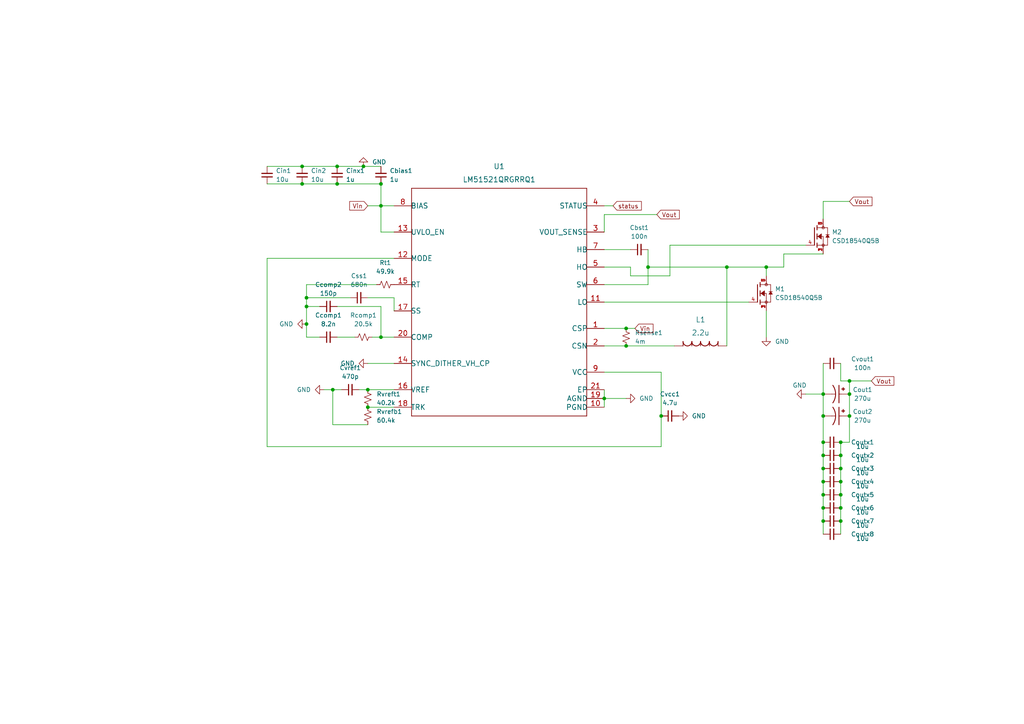
<source format=kicad_sch>
(kicad_sch (version 20211123) (generator eeschema)
  (paper "A4")
  (lib_symbols
    (symbol "270u_cap:EEHZS1H271UP" (pin_numbers hide) (pin_names (offset 1.016) hide)
      (property "Reference" "C" (at -2.54 3.81 0))
      (property "Value" "EEHZS1H271UP" (at -2.54 -5.08 0))
      (symbol "EEHZS1H271UP_0_0"
        (rectangle (start -1.1684 -1.524) (end -0.2794 -1.397) (fill (type outline)))
        (rectangle (start -0.7874 -1.905) (end -0.6604 -1.016) (fill (type outline)))
        (polyline (pts (xy 0 0) (xy 0.508 0)) (stroke (width 0.1524)))
        (polyline (pts (xy 0.508 0) (xy 0.508 -2.54)) (stroke (width 0.254)))
        (polyline (pts (xy 0.508 2.54) (xy 0.508 0)) (stroke (width 0.254)))
        (polyline (pts (xy 2.54 0) (xy 1.524 0)) (stroke (width 0.1524)))
        (arc (start 2.286 2.54) (mid 1.486 0) (end 2.286 -2.54) (stroke (width 0.254)))
        (pin passive line (at -2.54 0 0) (length 2.54) (name "~") (number "1"))
        (pin passive line (at 5.08 0 180) (length 2.54) (name "~") (number "2"))
      )
    )
    (symbol "Converter IC:LM51521QRGRRQ1" (pin_names (offset -0.254))
      (property "Reference" "U" (at 0 2.54 0))
      (property "Value" "LM51521QRGRRQ1" (at 0 0 0))
      (symbol "LM51521QRGRRQ1_1_1"
        (polyline (pts (xy 5.08 -60.96) (xy 55.88 -60.96)) (stroke (width 0.2032)))
        (polyline (pts (xy 5.08 5.08) (xy 5.08 -60.96)) (stroke (width 0.2032)))
        (polyline (pts (xy 55.88 -60.96) (xy 55.88 5.08)) (stroke (width 0.2032)))
        (polyline (pts (xy 55.88 5.08) (xy 5.08 5.08)) (stroke (width 0.2032)))
        (pin tri_state line (at 60.96 -35.56 180) (length 5.08) (name "CSP") (number "1"))
        (pin power_in line (at 60.96 -58.42 180) (length 5.08) (name "PGND") (number "10"))
        (pin unspecified line (at 60.96 -27.94 180) (length 5.08) (name "LO") (number "11"))
        (pin unspecified line (at 0 -15.24 0) (length 5.08) (name "MODE") (number "12"))
        (pin input line (at 0 -7.62 0) (length 5.08) (name "UVLO_EN") (number "13"))
        (pin bidirectional line (at 0 -45.72 0) (length 5.08) (name "SYNC_DITHER_VH_CP") (number "14"))
        (pin unspecified line (at 0 -22.86 0) (length 5.08) (name "RT") (number "15"))
        (pin unspecified line (at 0 -53.34 0) (length 5.08) (name "VREF") (number "16"))
        (pin unspecified line (at 0 -30.48 0) (length 5.08) (name "SS") (number "17"))
        (pin unspecified line (at 0 -58.42 0) (length 5.08) (name "TRK") (number "18"))
        (pin power_in line (at 60.96 -55.88 180) (length 5.08) (name "AGND") (number "19"))
        (pin tri_state line (at 60.96 -40.64 180) (length 5.08) (name "CSN") (number "2"))
        (pin unspecified line (at 0 -38.1 0) (length 5.08) (name "COMP") (number "20"))
        (pin unspecified line (at 60.96 -53.34 180) (length 5.08) (name "EP") (number "21"))
        (pin unspecified line (at 60.96 -7.62 180) (length 5.08) (name "VOUT_SENSE") (number "3"))
        (pin open_collector line (at 60.96 0 180) (length 5.08) (name "STATUS") (number "4"))
        (pin unspecified line (at 60.96 -17.78 180) (length 5.08) (name "HO") (number "5"))
        (pin unspecified line (at 60.96 -22.86 180) (length 5.08) (name "SW") (number "6"))
        (pin unspecified line (at 60.96 -12.7 180) (length 5.08) (name "HB") (number "7"))
        (pin power_in line (at 0 0 0) (length 5.08) (name "BIAS") (number "8"))
        (pin unspecified line (at 60.96 -48.26 180) (length 5.08) (name "VCC") (number "9"))
      )
    )
    (symbol "Device:C_Small" (pin_numbers hide) (pin_names (offset 0.254) hide)
      (property "Reference" "C" (at 0.254 1.778 0))
      (property "Value" "C_Small" (at 0.254 -2.032 0))
      (symbol "C_Small_0_1"
        (polyline (pts (xy -1.524 -0.508) (xy 1.524 -0.508)) (stroke (width 0.3302)))
        (polyline (pts (xy -1.524 0.508) (xy 1.524 0.508)) (stroke (width 0.3048)))
      )
      (symbol "C_Small_1_1"
        (pin passive line (at 0 2.54 270) (length 2.032) (name "~") (number "1"))
        (pin passive line (at 0 -2.54 90) (length 2.032) (name "~") (number "2"))
      )
    )
    (symbol "Device:R_Small_US" (pin_numbers hide) (pin_names (offset 0.254) hide)
      (property "Reference" "R" (at 0.762 0.508 0))
      (property "Value" "R_Small_US" (at 0.762 -1.016 0))
      (symbol "R_Small_US_1_1"
        (polyline (pts (xy 0 0) (xy 1.016 -0.381) (xy 0 -0.762) (xy -1.016 -1.143) (xy 0 -1.524)))
        (polyline (pts (xy 0 1.524) (xy 1.016 1.143) (xy 0 0.762) (xy -1.016 0.381) (xy 0 0)))
        (pin passive line (at 0 2.54 270) (length 1.016) (name "~") (number "1"))
        (pin passive line (at 0 -2.54 90) (length 1.016) (name "~") (number "2"))
      )
    )
    (symbol "Inductor2.2:IHLP6767GZER2R2M51" (pin_numbers hide) (pin_names (offset 1.651) hide)
      (property "Reference" "L" (at 6.985 5.08 0))
      (property "Value" "IHLP6767GZER2R2M51" (at 6.985 -5.715 0))
      (symbol "IHLP6767GZER2R2M51_1_1"
        (polyline (pts (xy 2.54 0) (xy 2.54 1.27)) (stroke (width 0.2032)))
        (polyline (pts (xy 5.08 0) (xy 5.08 1.27)) (stroke (width 0.2032)))
        (polyline (pts (xy 7.62 0) (xy 7.62 1.27)) (stroke (width 0.2032)))
        (polyline (pts (xy 10.16 0) (xy 10.16 1.27)) (stroke (width 0.2032)))
        (polyline (pts (xy 12.7 0) (xy 12.7 1.27)) (stroke (width 0.2032)))
        (arc (start 2.54 1.27) (mid 3.81 0) (end 5.08 1.27) (stroke (width 0.254)))
        (arc (start 5.08 1.27) (mid 6.35 0) (end 7.62 1.27) (stroke (width 0.254)))
        (arc (start 7.62 1.27) (mid 8.89 0) (end 10.16 1.27) (stroke (width 0.254)))
        (arc (start 10.16 1.27) (mid 11.43 0) (end 12.7 1.27) (stroke (width 0.254)))
        (pin unspecified line (at 15.24 0 180) (length 2.54) (name "1") (number "1"))
        (pin unspecified line (at 0 0 0) (length 2.54) (name "2") (number "2"))
      )
    )
    (symbol "M2:CSD18540Q5B" (pin_names (offset 1.016))
      (property "Reference" "Q" (at -8.89 2.54 0))
      (property "Value" "CSD18540Q5B" (at -8.89 -7.62 0))
      (symbol "CSD18540Q5B_0_0"
        (polyline (pts (xy 0 2.54) (xy 0 -2.54)) (stroke (width 0.254)))
        (polyline (pts (xy 0.762 -2.54) (xy 0.762 -3.175)) (stroke (width 0.254)))
        (polyline (pts (xy 0.762 -1.905) (xy 0.762 -2.54)) (stroke (width 0.254)))
        (polyline (pts (xy 0.762 0) (xy 0.762 -0.762)) (stroke (width 0.254)))
        (polyline (pts (xy 0.762 0) (xy 2.54 0)) (stroke (width 0.1524)))
        (polyline (pts (xy 0.762 0.762) (xy 0.762 0)) (stroke (width 0.254)))
        (polyline (pts (xy 0.762 2.54) (xy 0.762 1.905)) (stroke (width 0.254)))
        (polyline (pts (xy 0.762 2.54) (xy 3.81 2.54)) (stroke (width 0.1524)))
        (polyline (pts (xy 0.762 3.175) (xy 0.762 2.54)) (stroke (width 0.254)))
        (polyline (pts (xy 2.54 -2.54) (xy 0.762 -2.54)) (stroke (width 0.1524)))
        (polyline (pts (xy 2.54 -2.54) (xy 3.81 -2.54)) (stroke (width 0.1524)))
        (polyline (pts (xy 2.54 0) (xy 2.54 -2.54)) (stroke (width 0.1524)))
        (polyline (pts (xy 3.81 0.508) (xy 3.302 0.508)) (stroke (width 0.1524)))
        (polyline (pts (xy 3.81 0.508) (xy 3.81 -2.54)) (stroke (width 0.1524)))
        (polyline (pts (xy 3.81 2.54) (xy 3.81 0.508)) (stroke (width 0.1524)))
        (polyline (pts (xy 4.318 0.508) (xy 3.81 0.508)) (stroke (width 0.1524)))
        (polyline (pts (xy 1.016 0) (xy 2.032 0.762) (xy 2.032 -0.762) (xy 1.016 0)) (stroke (width 0.1524)) (fill (type outline)))
        (polyline (pts (xy 3.81 0.508) (xy 3.302 -0.254) (xy 4.318 -0.254) (xy 3.81 0.508)) (stroke (width 0.1524)) (fill (type outline)))
        (circle (center 2.54 -2.54) (radius 0.3592))
        (circle (center 2.54 2.54) (radius 0.3592))
        (pin passive line (at 2.54 -5.08 90) (length 2.54) (name "~") (number "1"))
        (pin passive line (at 2.54 -5.08 90) (length 2.54) (name "~") (number "2"))
        (pin passive line (at 2.54 -5.08 90) (length 2.54) (name "~") (number "3"))
        (pin passive line (at -2.54 -2.54 0) (length 2.54) (name "~") (number "4"))
        (pin passive line (at 2.54 5.08 270) (length 2.54) (name "~") (number "5"))
        (pin passive line (at 2.54 5.08 270) (length 2.54) (name "~") (number "6"))
        (pin passive line (at 2.54 5.08 270) (length 2.54) (name "~") (number "7"))
        (pin passive line (at 2.54 5.08 270) (length 2.54) (name "~") (number "8"))
      )
    )
    (symbol "power:GND" (power) (pin_names (offset 0))
      (property "Value" "GND" (at 0 -3.81 0))
      (symbol "GND_0_1"
        (polyline (pts (xy 0 0) (xy 0 -1.27) (xy 1.27 -1.27) (xy 0 -2.54) (xy -1.27 -1.27) (xy 0 -1.27)))
      )
      (symbol "GND_1_1"
        (pin power_in line (at 0 0 270) (length 0) hide (name "GND") (number "1"))
      )
    )
  )
  (junction (at 238.76 114.3))
  (junction (at 243.84 143.51))
  (junction (at 187.96 77.47))
  (junction (at 243.84 135.89))
  (junction (at 110.49 59.69))
  (junction (at 106.68 113.03))
  (junction (at 87.63 53.34))
  (junction (at 238.76 143.51))
  (junction (at 238.76 132.08))
  (junction (at 246.38 110.49))
  (junction (at 88.9 86.36))
  (junction (at 238.76 120.65))
  (junction (at 243.84 132.08))
  (junction (at 238.76 151.13))
  (junction (at 243.84 128.27))
  (junction (at 243.84 147.32))
  (junction (at 88.9 93.98))
  (junction (at 87.63 48.26))
  (junction (at 110.49 97.79))
  (junction (at 110.49 53.34))
  (junction (at 243.84 139.7))
  (junction (at 191.77 120.65))
  (junction (at 106.68 118.11))
  (junction (at 88.9 88.9))
  (junction (at 238.76 147.32))
  (junction (at 238.76 135.89))
  (junction (at 238.76 128.27))
  (junction (at 181.61 100.33))
  (junction (at 222.25 77.47))
  (junction (at 246.38 120.65))
  (junction (at 243.84 151.13))
  (junction (at 175.26 115.57))
  (junction (at 246.38 114.3))
  (junction (at 238.76 139.7))
  (junction (at 210.82 77.47))
  (junction (at 96.52 113.03))
  (junction (at 97.79 53.34))
  (junction (at 181.61 95.25))
  (junction (at 97.79 48.26))
  (junction (at 105.41 48.26))
  (wire (pts (xy 210.82 77.47) (xy 222.25 77.47)))
  (wire (pts (xy 238.76 135.89) (xy 238.76 139.7)))
  (wire (pts (xy 238.76 139.7) (xy 238.76 143.51)))
  (wire (pts (xy 106.68 113.03) (xy 114.3 113.03)))
  (wire (pts (xy 92.71 88.9) (xy 88.9 88.9)))
  (wire (pts (xy 110.49 67.31) (xy 114.3 67.31)))
  (wire (pts (xy 187.96 72.39) (xy 187.96 77.47)))
  (wire (pts (xy 243.84 135.89) (xy 243.84 139.7)))
  (wire (pts (xy 222.25 90.17) (xy 222.25 97.79)))
  (wire (pts (xy 87.63 48.26) (xy 97.79 48.26)))
  (wire (pts (xy 110.49 53.34) (xy 110.49 59.69)))
  (wire (pts (xy 194.31 71.12) (xy 233.68 71.12)))
  (wire (pts (xy 175.26 107.95) (xy 191.77 107.95)))
  (wire (pts (xy 238.76 114.3) (xy 238.76 120.65)))
  (wire (pts (xy 181.61 95.25) (xy 184.15 95.25)))
  (wire (pts (xy 222.25 77.47) (xy 222.25 80.01)))
  (wire (pts (xy 238.76 105.41) (xy 238.76 114.3)))
  (wire (pts (xy 210.82 100.33) (xy 210.82 77.47)))
  (wire (pts (xy 175.26 59.69) (xy 177.8 59.69)))
  (wire (pts (xy 114.3 90.17) (xy 114.3 86.36)))
  (wire (pts (xy 101.6 86.36) (xy 88.9 86.36)))
  (wire (pts (xy 110.49 59.69) (xy 114.3 59.69)))
  (wire (pts (xy 181.61 115.57) (xy 175.26 115.57)))
  (wire (pts (xy 114.3 86.36) (xy 106.68 86.36)))
  (wire (pts (xy 106.68 123.19) (xy 96.52 123.19)))
  (wire (pts (xy 243.84 139.7) (xy 243.84 143.51)))
  (wire (pts (xy 246.38 114.3) (xy 246.38 120.65)))
  (wire (pts (xy 97.79 97.79) (xy 102.87 97.79)))
  (wire (pts (xy 175.26 100.33) (xy 181.61 100.33)))
  (wire (pts (xy 110.49 88.9) (xy 97.79 88.9)))
  (wire (pts (xy 182.88 77.47) (xy 175.26 77.47)))
  (wire (pts (xy 243.84 147.32) (xy 243.84 151.13)))
  (wire (pts (xy 191.77 129.54) (xy 191.77 120.65)))
  (wire (pts (xy 191.77 120.65) (xy 191.77 107.95)))
  (wire (pts (xy 93.98 113.03) (xy 96.52 113.03)))
  (wire (pts (xy 88.9 97.79) (xy 92.71 97.79)))
  (wire (pts (xy 97.79 53.34) (xy 110.49 53.34)))
  (wire (pts (xy 175.26 72.39) (xy 182.88 72.39)))
  (wire (pts (xy 222.25 77.47) (xy 227.33 77.47)))
  (wire (pts (xy 175.26 87.63) (xy 217.17 87.63)))
  (wire (pts (xy 77.47 48.26) (xy 87.63 48.26)))
  (wire (pts (xy 110.49 97.79) (xy 114.3 97.79)))
  (wire (pts (xy 88.9 82.55) (xy 88.9 86.36)))
  (wire (pts (xy 107.95 97.79) (xy 110.49 97.79)))
  (wire (pts (xy 243.84 151.13) (xy 243.84 154.94)))
  (wire (pts (xy 77.47 74.93) (xy 77.47 129.54)))
  (wire (pts (xy 77.47 53.34) (xy 87.63 53.34)))
  (wire (pts (xy 238.76 143.51) (xy 238.76 147.32)))
  (wire (pts (xy 106.68 105.41) (xy 114.3 105.41)))
  (wire (pts (xy 114.3 74.93) (xy 77.47 74.93)))
  (wire (pts (xy 182.88 80.01) (xy 182.88 77.47)))
  (wire (pts (xy 238.76 147.32) (xy 238.76 151.13)))
  (wire (pts (xy 246.38 110.49) (xy 246.38 114.3)))
  (wire (pts (xy 106.68 59.69) (xy 110.49 59.69)))
  (wire (pts (xy 227.33 73.66) (xy 227.33 77.47)))
  (wire (pts (xy 243.84 105.41) (xy 243.84 110.49)))
  (wire (pts (xy 110.49 97.79) (xy 110.49 88.9)))
  (wire (pts (xy 243.84 110.49) (xy 246.38 110.49)))
  (wire (pts (xy 246.38 128.27) (xy 243.84 128.27)))
  (wire (pts (xy 187.96 82.55) (xy 175.26 82.55)))
  (wire (pts (xy 96.52 113.03) (xy 99.06 113.03)))
  (wire (pts (xy 233.68 114.3) (xy 238.76 114.3)))
  (wire (pts (xy 88.9 93.98) (xy 88.9 97.79)))
  (wire (pts (xy 187.96 77.47) (xy 210.82 77.47)))
  (wire (pts (xy 96.52 123.19) (xy 96.52 113.03)))
  (wire (pts (xy 227.33 73.66) (xy 238.76 73.66)))
  (wire (pts (xy 238.76 132.08) (xy 238.76 135.89)))
  (wire (pts (xy 88.9 88.9) (xy 88.9 93.98)))
  (wire (pts (xy 175.26 95.25) (xy 181.61 95.25)))
  (wire (pts (xy 238.76 128.27) (xy 238.76 132.08)))
  (wire (pts (xy 187.96 77.47) (xy 187.96 82.55)))
  (wire (pts (xy 238.76 58.42) (xy 246.38 58.42)))
  (wire (pts (xy 246.38 120.65) (xy 246.38 128.27)))
  (wire (pts (xy 87.63 53.34) (xy 97.79 53.34)))
  (wire (pts (xy 105.41 48.26) (xy 110.49 48.26)))
  (wire (pts (xy 194.31 71.12) (xy 194.31 80.01)))
  (wire (pts (xy 238.76 120.65) (xy 238.76 128.27)))
  (wire (pts (xy 106.68 118.11) (xy 114.3 118.11)))
  (wire (pts (xy 97.79 48.26) (xy 105.41 48.26)))
  (wire (pts (xy 194.31 80.01) (xy 182.88 80.01)))
  (wire (pts (xy 77.47 129.54) (xy 191.77 129.54)))
  (wire (pts (xy 238.76 151.13) (xy 238.76 154.94)))
  (wire (pts (xy 109.22 82.55) (xy 88.9 82.55)))
  (wire (pts (xy 175.26 115.57) (xy 175.26 113.03)))
  (wire (pts (xy 246.38 110.49) (xy 252.73 110.49)))
  (wire (pts (xy 190.5 62.23) (xy 175.26 62.23)))
  (wire (pts (xy 175.26 115.57) (xy 175.26 118.11)))
  (wire (pts (xy 238.76 58.42) (xy 238.76 63.5)))
  (wire (pts (xy 104.14 113.03) (xy 106.68 113.03)))
  (wire (pts (xy 243.84 143.51) (xy 243.84 147.32)))
  (wire (pts (xy 243.84 132.08) (xy 243.84 135.89)))
  (wire (pts (xy 181.61 100.33) (xy 195.58 100.33)))
  (wire (pts (xy 175.26 62.23) (xy 175.26 67.31)))
  (wire (pts (xy 88.9 86.36) (xy 88.9 88.9)))
  (wire (pts (xy 243.84 128.27) (xy 243.84 132.08)))
  (wire (pts (xy 110.49 59.69) (xy 110.49 67.31)))
  (global_label "Vin" (shape input) (at 184.15 95.25 0) (property "Intersheet References" "${INTERSHEET_REFS}" (effects hide)))
  (global_label "Vout" (shape input) (at 252.73 110.49 0) (property "Intersheet References" "${INTERSHEET_REFS}" (effects hide)))
  (global_label "Vout" (shape input) (at 190.5 62.23 0) (property "Intersheet References" "${INTERSHEET_REFS}" (effects hide)))
  (global_label "Vout" (shape input) (at 246.38 58.42 0) (property "Intersheet References" "${INTERSHEET_REFS}" (effects hide)))
  (global_label "status" (shape input) (at 177.8 59.69 0) (property "Intersheet References" "${INTERSHEET_REFS}" (effects hide)))
  (global_label "Vin" (shape input) (at 106.68 59.69 180) (property "Intersheet References" "${INTERSHEET_REFS}" (effects hide)))
  (symbol (lib_id "Device:C_Small") (at 241.3 105.41 90) (unit 1)
    (property "Reference" "Cvout1" (at 250.19 104.14 90))
    (property "Value" "100n" (at 250.19 106.68 90))
    (property "Footprint" "Capacitor_SMD:C_0603_1608Metric" (effects hide))
    (property "LCSC" "C2842861" (effects hide))
  )
  (symbol (lib_id "Device:C_Small") (at 101.6 113.03 90) (unit 1)
    (property "Reference" "Cvref1" (at 101.6063 106.68 90))
    (property "Value" "470p" (at 101.6063 109.22 90))
    (property "Footprint" "Capacitor_SMD:C_0603_1608Metric" (effects hide))
    (property "LCSC" "C85979" (effects hide))
  )
  (symbol (lib_id "power:GND") (at 106.68 105.41 270) (unit 1)
    (property "Reference" "#PWR0107" (effects hide))
    (property "Value" "GND" (at 102.87 105.4099 90) (effects (justify right)))
  )
  (symbol (lib_id "Device:R_Small_US") (at 106.68 120.65 0) (unit 1)
    (property "Reference" "Rvrefb1" (at 109.22 119.3799 0) (effects (justify left)))
    (property "Value" "60.4k" (at 109.22 121.9199 0) (effects (justify left)))
    (property "Footprint" "Resistor_SMD:R_0603_1608Metric" (effects hide))
    (property "LCSC" "C165742" (effects hide))
  )
  (symbol (lib_id "Device:C_Small") (at 241.3 132.08 90) (unit 1)
    (property "Reference" "Coutx2" (at 250.19 132.08 90))
    (property "Value" "10u" (at 250.19 133.35 90))
    (property "Footprint" "Capacitor_SMD:C_1206_3216Metric" (effects hide))
    (property "LCSC" "C77093" (effects hide))
  )
  (symbol (lib_id "Device:C_Small") (at 241.3 128.27 90) (unit 1)
    (property "Reference" "Coutx1" (at 250.19 128.27 90))
    (property "Value" "10u" (at 250.19 129.54 90))
    (property "Footprint" "Capacitor_SMD:C_1206_3216Metric" (effects hide))
    (property "LCSC" "C77093" (effects hide))
  )
  (symbol (lib_id "power:GND") (at 222.25 97.79 0) (unit 1)
    (property "Reference" "#PWR0101" (effects hide))
    (property "Value" "GND" (at 224.79 99.0599 0) (effects (justify left)))
  )
  (symbol (lib_id "Device:C_Small") (at 241.3 151.13 90) (unit 1)
    (property "Reference" "Coutx7" (at 250.19 151.13 90))
    (property "Value" "10u" (at 250.19 152.4 90))
    (property "Footprint" "Capacitor_SMD:C_1206_3216Metric" (effects hide))
    (property "LCSC" "C77093" (effects hide))
  )
  (symbol (lib_id "Device:C_Small") (at 110.49 50.8 180) (unit 1)
    (property "Reference" "Cbias1" (at 113.03 49.5235 0) (effects (justify right)))
    (property "Value" "1u" (at 113.03 52.0635 0) (effects (justify right)))
    (property "Footprint" "Capacitor_SMD:C_0603_1608Metric" (effects hide))
    (property "LCSC" "C92759" (effects hide))
  )
  (symbol (lib_id "power:GND") (at 233.68 114.3 270) (unit 1)
    (property "Reference" "#PWR0108" (effects hide))
    (property "Value" "GND" (at 229.87 111.76 90) (effects (justify left)))
  )
  (symbol (lib_id "Device:R_Small_US") (at 106.68 115.57 0) (unit 1)
    (property "Reference" "Rvreft1" (at 109.22 114.2999 0) (effects (justify left)))
    (property "Value" "40.2k" (at 109.22 116.8399 0) (effects (justify left)))
    (property "Footprint" "Resistor_SMD:R_0603_1608Metric" (effects hide))
    (property "LCSC" "C844784" (effects hide))
  )
  (symbol (lib_id "Device:C_Small") (at 241.3 147.32 90) (unit 1)
    (property "Reference" "Coutx6" (at 250.19 147.32 90))
    (property "Value" "10u" (at 250.19 148.59 90))
    (property "Footprint" "Capacitor_SMD:C_1206_3216Metric" (effects hide))
    (property "LCSC" "C77093" (effects hide))
  )
  (symbol (lib_id "Device:C_Small") (at 185.42 72.39 90) (unit 1)
    (property "Reference" "Cbst1" (at 185.4263 66.04 90))
    (property "Value" "100n" (at 185.4263 68.58 90))
    (property "Footprint" "Capacitor_SMD:C_0603_1608Metric" (effects hide))
    (property "LCSC" "C92759" (effects hide))
  )
  (symbol (lib_id "Device:C_Small") (at 194.31 120.65 90) (unit 1)
    (property "Reference" "Cvcc1" (at 194.3163 114.3 90))
    (property "Value" "4.7u" (at 194.3163 116.84 90))
    (property "Footprint" "Capacitor_SMD:C_0603_1608Metric" (effects hide))
  )
  (symbol (lib_id "270u_cap:EEHZS1H271UP") (at 243.84 120.65 180) (unit 1)
    (property "Reference" "Cout2" (at 250.19 119.38 0))
    (property "Value" "270u" (at 250.19 121.92 0))
    (property "Footprint" "270u_cap:CAP_EEHZS1H271UP" (effects hide))
    (property "Datasheet" "EEHZS1H271UP" (effects hide))
  )
  (symbol (lib_id "Device:C_Small") (at 241.3 143.51 90) (unit 1)
    (property "Reference" "Coutx5" (at 250.19 143.51 90))
    (property "Value" "10u" (at 250.19 144.78 90))
    (property "Footprint" "Capacitor_SMD:C_1206_3216Metric" (effects hide))
    (property "LCSC" "C77093" (effects hide))
  )
  (symbol (lib_id "Converter IC:LM51521QRGRRQ1") (at 114.3 59.69 0) (unit 1)
    (property "Reference" "U1" (at 144.78 48.26 0) (effects (font (size 1.524 1.524))))
    (property "Value" "LM51521QRGRRQ1" (at 144.78 52.07 0) (effects (font (size 1.524 1.524))))
    (property "Footprint" "Converter IC:LM51521QRGRRQ1" (effects hide))
  )
  (symbol (lib_id "power:GND") (at 196.85 120.65 90) (unit 1)
    (property "Reference" "#PWR0102" (effects hide))
    (property "Value" "GND" (at 200.66 120.6499 90) (effects (justify right)))
  )
  (symbol (lib_id "Device:C_Small") (at 97.79 50.8 180) (unit 1)
    (property "Reference" "Cinx1" (at 100.33 49.5235 0) (effects (justify right)))
    (property "Value" "1u" (at 100.33 52.0635 0) (effects (justify right)))
    (property "Footprint" "Capacitor_SMD:C_0603_1608Metric" (effects hide))
    (property "LCSC" "C2172920" (effects hide))
  )
  (symbol (lib_id "Device:C_Small") (at 95.25 97.79 90) (unit 1)
    (property "Reference" "Ccomp1" (at 95.2563 91.44 90))
    (property "Value" "8.2n" (at 95.2563 93.98 90))
    (property "Footprint" "Capacitor_SMD:C_0805_2012Metric" (effects hide))
  )
  (symbol (lib_id "M2:CSD18540Q5B") (at 236.22 68.58 0) (unit 1)
    (property "Reference" "M2" (at 241.3 67.3099 0) (effects (justify left)))
    (property "Value" "CSD18540Q5B" (at 241.3 69.8499 0) (effects (justify left)))
    (property "Footprint" "M2:TRANS_CSD18540Q5B" (effects hide))
    (property "MANUFACTURER" "Texas Instruments" (effects hide))
    (property "PARTREV" "B" (effects hide))
    (property "STANDARD" "Manufacturer recommendations" (effects hide))
    (property "MAXIMUM_PACKAGE_HEIGHT" "1.05mm" (effects hide))
  )
  (symbol (lib_id "power:GND") (at 181.61 115.57 90) (unit 1)
    (property "Reference" "#PWR0103" (effects hide))
    (property "Value" "GND" (at 185.42 115.5699 90) (effects (justify right)))
  )
  (symbol (lib_id "Device:C_Small") (at 87.63 50.8 180) (unit 1)
    (property "Reference" "Cin2" (at 90.17 49.5235 0) (effects (justify right)))
    (property "Value" "10u" (at 90.17 52.0635 0) (effects (justify right)))
    (property "Footprint" "Capacitor_SMD:C_1206_3216Metric" (effects hide))
    (property "LCSC" "C77093" (effects hide))
  )
  (symbol (lib_id "power:GND") (at 93.98 113.03 270) (unit 1)
    (property "Reference" "#PWR0106" (effects hide))
    (property "Value" "GND" (at 90.17 113.0299 90) (effects (justify right)))
  )
  (symbol (lib_id "Device:R_Small_US") (at 105.41 97.79 90) (unit 1)
    (property "Reference" "Rcomp1" (at 105.41 91.44 90))
    (property "Value" "20.5k" (at 105.41 93.98 90))
    (property "Footprint" "Resistor_SMD:R_0603_1608Metric" (effects hide))
    (property "LCSC" "C273789" (effects hide))
  )
  (symbol (lib_id "Device:C_Small") (at 241.3 139.7 90) (unit 1)
    (property "Reference" "Coutx4" (at 250.19 139.7 90))
    (property "Value" "10u" (at 250.19 140.97 90))
    (property "Footprint" "Capacitor_SMD:C_1206_3216Metric" (effects hide))
    (property "LCSC" "C77093" (effects hide))
  )
  (symbol (lib_id "Device:C_Small") (at 77.47 50.8 180) (unit 1)
    (property "Reference" "Cin1" (at 80.01 49.5235 0) (effects (justify right)))
    (property "Value" "10u" (at 80.01 52.0635 0) (effects (justify right)))
    (property "Footprint" "Capacitor_SMD:C_1206_3216Metric" (effects hide))
    (property "LCSC" "C77093" (effects hide))
  )
  (symbol (lib_id "Device:C_Small") (at 241.3 154.94 90) (unit 1)
    (property "Reference" "Coutx8" (at 250.19 154.94 90))
    (property "Value" "10u" (at 250.19 156.21 90))
    (property "Footprint" "Capacitor_SMD:C_1206_3216Metric" (effects hide))
    (property "LCSC" "C77093" (effects hide))
  )
  (symbol (lib_id "Inductor2.2:IHLP6767GZER2R2M51") (at 195.58 100.33 0) (unit 1)
    (property "Reference" "L1" (at 203.2 92.71 0) (effects (font (size 1.524 1.524))))
    (property "Value" "2.2u" (at 203.2 96.52 0) (effects (font (size 1.524 1.524))))
    (property "Footprint" "inductor2.2:IHLP6767GZER2R2M51" (effects hide))
    (property "Datasheet" "IHLP6767GZER2R2M51" (effects hide))
  )
  (symbol (lib_id "270u_cap:EEHZS1H271UP") (at 243.84 114.3 180) (unit 1)
    (property "Reference" "Cout1" (at 250.19 113.03 0))
    (property "Value" "270u" (at 250.19 115.57 0))
    (property "Footprint" "270u_cap:CAP_EEHZS1H271UP" (effects hide))
    (property "Datasheet" "EEHZS1H271UP" (effects hide))
  )
  (symbol (lib_id "M2:CSD18540Q5B") (at 219.71 85.09 0) (unit 1)
    (property "Reference" "M1" (at 224.79 83.8199 0) (effects (justify left)))
    (property "Value" "CSD18540Q5B" (at 224.79 86.3599 0) (effects (justify left)))
    (property "Footprint" "M2:TRANS_CSD18540Q5B" (effects hide))
    (property "MANUFACTURER" "Texas Instruments" (effects hide))
    (property "PARTREV" "B" (effects hide))
    (property "STANDARD" "Manufacturer recommendations" (effects hide))
    (property "MAXIMUM_PACKAGE_HEIGHT" "1.05mm" (effects hide))
  )
  (symbol (lib_id "Device:C_Small") (at 95.25 88.9 90) (unit 1)
    (property "Reference" "Ccomp2" (at 95.2563 82.55 90))
    (property "Value" "150p" (at 95.2563 85.09 90))
    (property "Footprint" "Capacitor_SMD:C_0805_2012Metric" (effects hide))
    (property "LCSC" "C107111" (effects hide))
  )
  (symbol (lib_id "Device:R_Small_US") (at 111.76 82.55 90) (unit 1)
    (property "Reference" "Rt1" (at 111.76 76.2 90))
    (property "Value" "49.9k" (at 111.76 78.74 90))
    (property "Footprint" "Resistor_SMD:R_0603_1608Metric" (effects hide))
    (property "LCSC" "C844171" (effects hide))
  )
  (symbol (lib_id "power:GND") (at 105.41 48.26 180) (unit 1)
    (property "Reference" "#PWR0104" (effects hide))
    (property "Value" "GND" (at 107.95 46.9899 0) (effects (justify right)))
  )
  (symbol (lib_id "Device:R_Small_US") (at 181.61 97.79 0) (unit 1)
    (property "Reference" "Rsense1" (at 184.15 96.5199 0) (effects (justify left)))
    (property "Value" "4m" (at 184.15 99.0599 0) (effects (justify left)))
    (property "Footprint" "Resistor_SMD:R_2512_6332Metric" (effects hide))
  )
  (symbol (lib_id "Device:C_Small") (at 241.3 135.89 90) (unit 1)
    (property "Reference" "Coutx3" (at 250.19 135.89 90))
    (property "Value" "10u" (at 250.19 137.16 90))
    (property "Footprint" "Capacitor_SMD:C_1206_3216Metric" (effects hide))
    (property "LCSC" "C77093" (effects hide))
  )
  (symbol (lib_id "Device:C_Small") (at 104.14 86.36 90) (unit 1)
    (property "Reference" "Css1" (at 104.1463 80.01 90))
    (property "Value" "680n" (at 104.1463 82.55 90))
    (property "Footprint" "Capacitor_SMD:C_0603_1608Metric" (effects hide))
  )
  (symbol (lib_id "power:GND") (at 88.9 93.98 270) (unit 1)
    (property "Reference" "#PWR0105" (effects hide))
    (property "Value" "GND" (at 85.09 93.9799 90) (effects (justify right)))
  )
)
</source>
